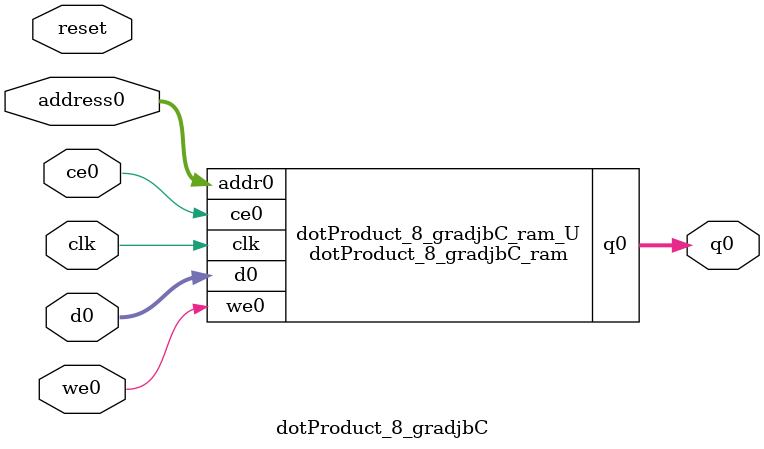
<source format=v>

`timescale 1 ns / 1 ps
module dotProduct_8_gradjbC_ram (addr0, ce0, d0, we0, q0,  clk);

parameter DWIDTH = 32;
parameter AWIDTH = 5;
parameter MEM_SIZE = 32;

input[AWIDTH-1:0] addr0;
input ce0;
input[DWIDTH-1:0] d0;
input we0;
output reg[DWIDTH-1:0] q0;
input clk;

(* ram_style = "block" *)reg [DWIDTH-1:0] ram[0:MEM_SIZE-1];




always @(posedge clk)  
begin 
    if (ce0) 
    begin
        if (we0) 
        begin 
            ram[addr0] <= d0; 
            q0 <= d0;
        end 
        else 
            q0 <= ram[addr0];
    end
end


endmodule


`timescale 1 ns / 1 ps
module dotProduct_8_gradjbC(
    reset,
    clk,
    address0,
    ce0,
    we0,
    d0,
    q0);

parameter DataWidth = 32'd32;
parameter AddressRange = 32'd32;
parameter AddressWidth = 32'd5;
input reset;
input clk;
input[AddressWidth - 1:0] address0;
input ce0;
input we0;
input[DataWidth - 1:0] d0;
output[DataWidth - 1:0] q0;



dotProduct_8_gradjbC_ram dotProduct_8_gradjbC_ram_U(
    .clk( clk ),
    .addr0( address0 ),
    .ce0( ce0 ),
    .we0( we0 ),
    .d0( d0 ),
    .q0( q0 ));

endmodule


</source>
